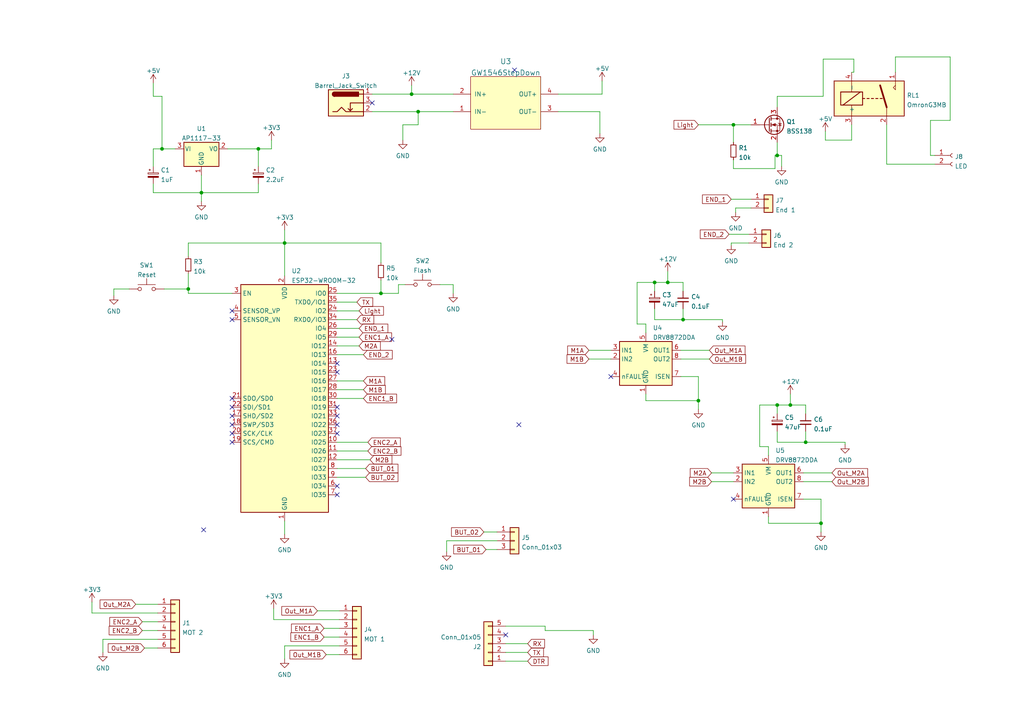
<source format=kicad_sch>
(kicad_sch (version 20211123) (generator eeschema)
  (paper "A4")
  (lib_symbols
    (symbol "Connector:Barrel_Jack_Switch" (pin_names hide)
      (property "Reference" "J" (at 0 5.334 0))
      (property "Value" "Barrel_Jack_Switch" (at 0 -5.08 0))
      (symbol "Barrel_Jack_Switch_0_1"
        (rectangle (start -5.08 3.81) (end 5.08 -3.81) (stroke (width 0.254)) (fill (type background)))
        (arc (start -3.302 3.175) (mid -3.937 2.54) (end -3.302 1.905) (stroke (width 0.254)))
        (arc (start -3.302 3.175) (mid -3.937 2.54) (end -3.302 1.905) (stroke (width 0.254)) (fill (type outline)))
        (polyline (pts (xy 1.27 -2.286) (xy 1.905 -1.651)) (stroke (width 0.254)))
        (polyline (pts (xy 5.08 2.54) (xy 3.81 2.54)) (stroke (width 0.254)))
        (polyline (pts (xy 5.08 0) (xy 1.27 0) (xy 1.27 -2.286) (xy 0.635 -1.651)) (stroke (width 0.254)))
        (polyline (pts (xy -3.81 -2.54) (xy -2.54 -2.54) (xy -1.27 -1.27) (xy 0 -2.54) (xy 2.54 -2.54) (xy 5.08 -2.54)) (stroke (width 0.254)))
        (rectangle (start 3.683 3.175) (end -3.302 1.905) (stroke (width 0.254)) (fill (type outline)))
      )
      (symbol "Barrel_Jack_Switch_1_1"
        (pin passive line (at 7.62 2.54 180) (length 2.54) (name "~") (number "1"))
        (pin passive line (at 7.62 -2.54 180) (length 2.54) (name "~") (number "2"))
        (pin passive line (at 7.62 0 180) (length 2.54) (name "~") (number "3"))
      )
    )
    (symbol "Connector:Conn_01x02_Female" (pin_names (offset 1.016) hide)
      (property "Reference" "J" (at 0 2.54 0))
      (property "Value" "Conn_01x02_Female" (at 0 -5.08 0))
      (symbol "Conn_01x02_Female_1_1"
        (arc (start 0 -2.032) (mid -0.508 -2.54) (end 0 -3.048) (stroke (width 0.1524)))
        (polyline (pts (xy -1.27 -2.54) (xy -0.508 -2.54)) (stroke (width 0.1524)))
        (polyline (pts (xy -1.27 0) (xy -0.508 0)) (stroke (width 0.1524)))
        (arc (start 0 0.508) (mid -0.508 0) (end 0 -0.508) (stroke (width 0.1524)))
        (pin passive line (at -5.08 0 0) (length 3.81) (name "Pin_1") (number "1"))
        (pin passive line (at -5.08 -2.54 0) (length 3.81) (name "Pin_2") (number "2"))
      )
    )
    (symbol "Connector_Generic:Conn_01x02" (pin_names (offset 1.016) hide)
      (property "Reference" "J" (at 0 2.54 0))
      (property "Value" "Conn_01x02" (at 0 -5.08 0))
      (symbol "Conn_01x02_1_1"
        (rectangle (start -1.27 -2.413) (end 0 -2.667) (stroke (width 0.1524)))
        (rectangle (start -1.27 0.127) (end 0 -0.127) (stroke (width 0.1524)))
        (rectangle (start -1.27 1.27) (end 1.27 -3.81) (stroke (width 0.254)) (fill (type background)))
        (pin passive line (at -5.08 0 0) (length 3.81) (name "Pin_1") (number "1"))
        (pin passive line (at -5.08 -2.54 0) (length 3.81) (name "Pin_2") (number "2"))
      )
    )
    (symbol "Connector_Generic:Conn_01x03" (pin_names (offset 1.016) hide)
      (property "Reference" "J" (at 0 5.08 0))
      (property "Value" "Conn_01x03" (at 0 -5.08 0))
      (symbol "Conn_01x03_1_1"
        (rectangle (start -1.27 -2.413) (end 0 -2.667) (stroke (width 0.1524)))
        (rectangle (start -1.27 0.127) (end 0 -0.127) (stroke (width 0.1524)))
        (rectangle (start -1.27 2.667) (end 0 2.413) (stroke (width 0.1524)))
        (rectangle (start -1.27 3.81) (end 1.27 -3.81) (stroke (width 0.254)) (fill (type background)))
        (pin passive line (at -5.08 2.54 0) (length 3.81) (name "Pin_1") (number "1"))
        (pin passive line (at -5.08 0 0) (length 3.81) (name "Pin_2") (number "2"))
        (pin passive line (at -5.08 -2.54 0) (length 3.81) (name "Pin_3") (number "3"))
      )
    )
    (symbol "Connector_Generic:Conn_01x05" (pin_names (offset 1.016) hide)
      (property "Reference" "J" (at 0 7.62 0))
      (property "Value" "Conn_01x05" (at 0 -7.62 0))
      (symbol "Conn_01x05_1_1"
        (rectangle (start -1.27 -4.953) (end 0 -5.207) (stroke (width 0.1524)))
        (rectangle (start -1.27 -2.413) (end 0 -2.667) (stroke (width 0.1524)))
        (rectangle (start -1.27 0.127) (end 0 -0.127) (stroke (width 0.1524)))
        (rectangle (start -1.27 2.667) (end 0 2.413) (stroke (width 0.1524)))
        (rectangle (start -1.27 5.207) (end 0 4.953) (stroke (width 0.1524)))
        (rectangle (start -1.27 6.35) (end 1.27 -6.35) (stroke (width 0.254)) (fill (type background)))
        (pin passive line (at -5.08 5.08 0) (length 3.81) (name "Pin_1") (number "1"))
        (pin passive line (at -5.08 2.54 0) (length 3.81) (name "Pin_2") (number "2"))
        (pin passive line (at -5.08 0 0) (length 3.81) (name "Pin_3") (number "3"))
        (pin passive line (at -5.08 -2.54 0) (length 3.81) (name "Pin_4") (number "4"))
        (pin passive line (at -5.08 -5.08 0) (length 3.81) (name "Pin_5") (number "5"))
      )
    )
    (symbol "Connector_Generic:Conn_01x06" (pin_names (offset 1.016) hide)
      (property "Reference" "J" (at 0 7.62 0))
      (property "Value" "Conn_01x06" (at 0 -10.16 0))
      (symbol "Conn_01x06_1_1"
        (rectangle (start -1.27 -7.493) (end 0 -7.747) (stroke (width 0.1524)))
        (rectangle (start -1.27 -4.953) (end 0 -5.207) (stroke (width 0.1524)))
        (rectangle (start -1.27 -2.413) (end 0 -2.667) (stroke (width 0.1524)))
        (rectangle (start -1.27 0.127) (end 0 -0.127) (stroke (width 0.1524)))
        (rectangle (start -1.27 2.667) (end 0 2.413) (stroke (width 0.1524)))
        (rectangle (start -1.27 5.207) (end 0 4.953) (stroke (width 0.1524)))
        (rectangle (start -1.27 6.35) (end 1.27 -8.89) (stroke (width 0.254)) (fill (type background)))
        (pin passive line (at -5.08 5.08 0) (length 3.81) (name "Pin_1") (number "1"))
        (pin passive line (at -5.08 2.54 0) (length 3.81) (name "Pin_2") (number "2"))
        (pin passive line (at -5.08 0 0) (length 3.81) (name "Pin_3") (number "3"))
        (pin passive line (at -5.08 -2.54 0) (length 3.81) (name "Pin_4") (number "4"))
        (pin passive line (at -5.08 -5.08 0) (length 3.81) (name "Pin_5") (number "5"))
        (pin passive line (at -5.08 -7.62 0) (length 3.81) (name "Pin_6") (number "6"))
      )
    )
    (symbol "Device:C_Polarized_Small" (pin_numbers hide) (pin_names (offset 0.254) hide)
      (property "Reference" "C" (at 0.254 1.778 0))
      (property "Value" "C_Polarized_Small" (at 0.254 -2.032 0))
      (symbol "C_Polarized_Small_0_1"
        (rectangle (start -1.524 -0.3048) (end 1.524 -0.6858) (fill (type outline)))
        (rectangle (start -1.524 0.6858) (end 1.524 0.3048))
        (polyline (pts (xy -1.27 1.524) (xy -0.762 1.524)))
        (polyline (pts (xy -1.016 1.27) (xy -1.016 1.778)))
      )
      (symbol "C_Polarized_Small_1_1"
        (pin passive line (at 0 2.54 270) (length 1.8542) (name "~") (number "1"))
        (pin passive line (at 0 -2.54 90) (length 1.8542) (name "~") (number "2"))
      )
    )
    (symbol "Device:C_Small" (pin_numbers hide) (pin_names (offset 0.254) hide)
      (property "Reference" "C" (at 0.254 1.778 0))
      (property "Value" "C_Small" (at 0.254 -2.032 0))
      (symbol "C_Small_0_1"
        (polyline (pts (xy -1.524 -0.508) (xy 1.524 -0.508)) (stroke (width 0.3302)))
        (polyline (pts (xy -1.524 0.508) (xy 1.524 0.508)) (stroke (width 0.3048)))
      )
      (symbol "C_Small_1_1"
        (pin passive line (at 0 2.54 270) (length 2.032) (name "~") (number "1"))
        (pin passive line (at 0 -2.54 90) (length 2.032) (name "~") (number "2"))
      )
    )
    (symbol "Device:R_Small" (pin_numbers hide) (pin_names (offset 0.254) hide)
      (property "Reference" "R" (at 0.762 0.508 0))
      (property "Value" "R_Small" (at 0.762 -1.016 0))
      (symbol "R_Small_0_1"
        (rectangle (start -0.762 1.778) (end 0.762 -1.778) (stroke (width 0.2032)))
      )
      (symbol "R_Small_1_1"
        (pin passive line (at 0 2.54 270) (length 0.762) (name "~") (number "1"))
        (pin passive line (at 0 -2.54 90) (length 0.762) (name "~") (number "2"))
      )
    )
    (symbol "Driver_Motor:DRV8872DDA"
      (property "Reference" "U" (at -6.35 6.35 0))
      (property "Value" "DRV8872DDA" (at 8.89 6.35 0))
      (symbol "DRV8872DDA_0_1"
        (rectangle (start -7.62 5.08) (end 7.62 -7.62) (stroke (width 0.254)) (fill (type background)))
      )
      (symbol "DRV8872DDA_1_1"
        (pin power_in line (at 0 -10.16 90) (length 2.54) (name "GND") (number "1"))
        (pin input line (at -10.16 0 0) (length 2.54) (name "IN2") (number "2"))
        (pin input line (at -10.16 2.54 0) (length 2.54) (name "IN1") (number "3"))
        (pin open_collector line (at -10.16 -5.08 0) (length 2.54) (name "nFAULT") (number "4"))
        (pin power_in line (at 0 7.62 270) (length 2.54) (name "VM") (number "5"))
        (pin output line (at 10.16 2.54 180) (length 2.54) (name "OUT1") (number "6"))
        (pin passive line (at 10.16 -5.08 180) (length 2.54) (name "ISEN") (number "7"))
        (pin output line (at 10.16 0 180) (length 2.54) (name "OUT2") (number "8"))
        (pin passive line (at 0 -10.16 90) (length 2.54) hide (name "GND") (number "9"))
      )
    )
    (symbol "RF_Module:ESP32-WROOM-32"
      (property "Reference" "U" (at -12.7 34.29 0))
      (property "Value" "ESP32-WROOM-32" (at 1.27 34.29 0))
      (symbol "ESP32-WROOM-32_0_1"
        (rectangle (start -12.7 33.02) (end 12.7 -33.02) (stroke (width 0.254)) (fill (type background)))
      )
      (symbol "ESP32-WROOM-32_1_1"
        (pin power_in line (at 0 -35.56 90) (length 2.54) (name "GND") (number "1"))
        (pin bidirectional line (at 15.24 -12.7 180) (length 2.54) (name "IO25") (number "10"))
        (pin bidirectional line (at 15.24 -15.24 180) (length 2.54) (name "IO26") (number "11"))
        (pin bidirectional line (at 15.24 -17.78 180) (length 2.54) (name "IO27") (number "12"))
        (pin bidirectional line (at 15.24 10.16 180) (length 2.54) (name "IO14") (number "13"))
        (pin bidirectional line (at 15.24 15.24 180) (length 2.54) (name "IO12") (number "14"))
        (pin passive line (at 0 -35.56 90) (length 2.54) hide (name "GND") (number "15"))
        (pin bidirectional line (at 15.24 12.7 180) (length 2.54) (name "IO13") (number "16"))
        (pin bidirectional line (at -15.24 -5.08 0) (length 2.54) (name "SHD/SD2") (number "17"))
        (pin bidirectional line (at -15.24 -7.62 0) (length 2.54) (name "SWP/SD3") (number "18"))
        (pin bidirectional line (at -15.24 -12.7 0) (length 2.54) (name "SCS/CMD") (number "19"))
        (pin power_in line (at 0 35.56 270) (length 2.54) (name "VDD") (number "2"))
        (pin bidirectional line (at -15.24 -10.16 0) (length 2.54) (name "SCK/CLK") (number "20"))
        (pin bidirectional line (at -15.24 0 0) (length 2.54) (name "SDO/SD0") (number "21"))
        (pin bidirectional line (at -15.24 -2.54 0) (length 2.54) (name "SDI/SD1") (number "22"))
        (pin bidirectional line (at 15.24 7.62 180) (length 2.54) (name "IO15") (number "23"))
        (pin bidirectional line (at 15.24 25.4 180) (length 2.54) (name "IO2") (number "24"))
        (pin bidirectional line (at 15.24 30.48 180) (length 2.54) (name "IO0") (number "25"))
        (pin bidirectional line (at 15.24 20.32 180) (length 2.54) (name "IO4") (number "26"))
        (pin bidirectional line (at 15.24 5.08 180) (length 2.54) (name "IO16") (number "27"))
        (pin bidirectional line (at 15.24 2.54 180) (length 2.54) (name "IO17") (number "28"))
        (pin bidirectional line (at 15.24 17.78 180) (length 2.54) (name "IO5") (number "29"))
        (pin input line (at -15.24 30.48 0) (length 2.54) (name "EN") (number "3"))
        (pin bidirectional line (at 15.24 0 180) (length 2.54) (name "IO18") (number "30"))
        (pin bidirectional line (at 15.24 -2.54 180) (length 2.54) (name "IO19") (number "31"))
        (pin no_connect line (at -12.7 -27.94 0) (length 2.54) hide (name "NC") (number "32"))
        (pin bidirectional line (at 15.24 -5.08 180) (length 2.54) (name "IO21") (number "33"))
        (pin bidirectional line (at 15.24 22.86 180) (length 2.54) (name "RXD0/IO3") (number "34"))
        (pin bidirectional line (at 15.24 27.94 180) (length 2.54) (name "TXD0/IO1") (number "35"))
        (pin bidirectional line (at 15.24 -7.62 180) (length 2.54) (name "IO22") (number "36"))
        (pin bidirectional line (at 15.24 -10.16 180) (length 2.54) (name "IO23") (number "37"))
        (pin passive line (at 0 -35.56 90) (length 2.54) hide (name "GND") (number "38"))
        (pin passive line (at 0 -35.56 90) (length 2.54) hide (name "GND") (number "39"))
        (pin input line (at -15.24 25.4 0) (length 2.54) (name "SENSOR_VP") (number "4"))
        (pin input line (at -15.24 22.86 0) (length 2.54) (name "SENSOR_VN") (number "5"))
        (pin input line (at 15.24 -25.4 180) (length 2.54) (name "IO34") (number "6"))
        (pin input line (at 15.24 -27.94 180) (length 2.54) (name "IO35") (number "7"))
        (pin bidirectional line (at 15.24 -20.32 180) (length 2.54) (name "IO32") (number "8"))
        (pin bidirectional line (at 15.24 -22.86 180) (length 2.54) (name "IO33") (number "9"))
      )
    )
    (symbol "Regulator_Linear:AP1117-33" (pin_names (offset 0.254))
      (property "Reference" "U" (at -3.81 3.175 0))
      (property "Value" "AP1117-33" (at 0 3.175 0))
      (symbol "AP1117-33_0_1"
        (rectangle (start -5.08 -5.08) (end 5.08 1.905) (stroke (width 0.254)) (fill (type background)))
      )
      (symbol "AP1117-33_1_1"
        (pin power_in line (at 0 -7.62 90) (length 2.54) (name "GND") (number "1"))
        (pin power_out line (at 7.62 0 180) (length 2.54) (name "VO") (number "2"))
        (pin power_in line (at -7.62 0 0) (length 2.54) (name "VI") (number "3"))
      )
    )
    (symbol "Switch:SW_Push" (pin_numbers hide) (pin_names (offset 1.016) hide)
      (property "Reference" "SW" (at 1.27 2.54 0))
      (property "Value" "SW_Push" (at 0 -1.524 0))
      (symbol "SW_Push_0_1"
        (circle (center -2.032 0) (radius 0.508))
        (polyline (pts (xy 0 1.27) (xy 0 3.048)))
        (polyline (pts (xy 2.54 1.27) (xy -2.54 1.27)))
        (circle (center 2.032 0) (radius 0.508))
        (pin passive line (at -5.08 0 0) (length 2.54) (name "1") (number "1"))
        (pin passive line (at 5.08 0 180) (length 2.54) (name "2") (number "2"))
      )
    )
    (symbol "Transistor_FET:BSS138" (pin_names hide)
      (property "Reference" "Q" (at 5.08 1.905 0))
      (property "Value" "BSS138" (at 5.08 0 0))
      (symbol "BSS138_0_1"
        (polyline (pts (xy 0.254 0) (xy -2.54 0)))
        (polyline (pts (xy 0.254 1.905) (xy 0.254 -1.905)) (stroke (width 0.254)))
        (polyline (pts (xy 0.762 -1.27) (xy 0.762 -2.286)) (stroke (width 0.254)))
        (polyline (pts (xy 0.762 0.508) (xy 0.762 -0.508)) (stroke (width 0.254)))
        (polyline (pts (xy 0.762 2.286) (xy 0.762 1.27)) (stroke (width 0.254)))
        (polyline (pts (xy 2.54 2.54) (xy 2.54 1.778)))
        (polyline (pts (xy 2.54 -2.54) (xy 2.54 0) (xy 0.762 0)))
        (polyline (pts (xy 0.762 -1.778) (xy 3.302 -1.778) (xy 3.302 1.778) (xy 0.762 1.778)))
        (polyline (pts (xy 1.016 0) (xy 2.032 0.381) (xy 2.032 -0.381) (xy 1.016 0)) (fill (type outline)))
        (polyline (pts (xy 2.794 0.508) (xy 2.921 0.381) (xy 3.683 0.381) (xy 3.81 0.254)))
        (polyline (pts (xy 3.302 0.381) (xy 2.921 -0.254) (xy 3.683 -0.254) (xy 3.302 0.381)))
        (circle (center 1.651 0) (radius 2.794) (stroke (width 0.254)))
        (circle (center 2.54 -1.778) (radius 0.254) (fill (type outline)))
        (circle (center 2.54 1.778) (radius 0.254) (fill (type outline)))
      )
      (symbol "BSS138_1_1"
        (pin input line (at -5.08 0 0) (length 2.54) (name "G") (number "1"))
        (pin passive line (at 2.54 -5.08 90) (length 2.54) (name "S") (number "2"))
        (pin passive line (at 2.54 5.08 270) (length 2.54) (name "D") (number "3"))
      )
    )
    (symbol "mini360:Mini360" (pin_names (offset 1.016))
      (property "Reference" "U" (at 0 -5.08 0))
      (property "Value" "Mini360" (at 0 5.08 0))
      (symbol "Mini360_0_1"
        (rectangle (start -10.16 7.62) (end 10.16 -7.62) (fill (type background)))
      )
      (symbol "Mini360_1_1"
        (pin power_in line (at -15.24 -2.54 0) (length 5.08) (name "IN-") (number "1"))
        (pin power_in line (at -15.24 2.54 0) (length 5.08) (name "IN+") (number "2"))
        (pin power_out line (at 15.24 -2.54 180) (length 5.08) (name "OUT-") (number "3"))
        (pin power_out line (at 15.24 2.54 180) (length 5.08) (name "OUT+") (number "4"))
      )
    )
    (symbol "power:+12V" (power) (pin_names (offset 0))
      (property "Value" "+12V" (at 0 3.556 0))
      (symbol "+12V_0_1"
        (polyline (pts (xy -0.762 1.27) (xy 0 2.54)))
        (polyline (pts (xy 0 0) (xy 0 2.54)))
        (polyline (pts (xy 0 2.54) (xy 0.762 1.27)))
      )
      (symbol "+12V_1_1"
        (pin power_in line (at 0 0 90) (length 0) hide (name "+12V") (number "1"))
      )
    )
    (symbol "power:+3.3V" (power) (pin_names (offset 0))
      (property "Value" "+3.3V" (at 0 3.556 0))
      (symbol "+3.3V_0_1"
        (polyline (pts (xy -0.762 1.27) (xy 0 2.54)))
        (polyline (pts (xy 0 0) (xy 0 2.54)))
        (polyline (pts (xy 0 2.54) (xy 0.762 1.27)))
      )
      (symbol "+3.3V_1_1"
        (pin power_in line (at 0 0 90) (length 0) hide (name "+3V3") (number "1"))
      )
    )
    (symbol "power:+3V3" (power) (pin_names (offset 0))
      (property "Value" "+3V3" (at 0 3.556 0))
      (symbol "+3V3_0_1"
        (polyline (pts (xy -0.762 1.27) (xy 0 2.54)))
        (polyline (pts (xy 0 0) (xy 0 2.54)))
        (polyline (pts (xy 0 2.54) (xy 0.762 1.27)))
      )
      (symbol "+3V3_1_1"
        (pin power_in line (at 0 0 90) (length 0) hide (name "+3V3") (number "1"))
      )
    )
    (symbol "power:+5V" (power) (pin_names (offset 0))
      (property "Value" "+5V" (at 0 3.556 0))
      (symbol "+5V_0_1"
        (polyline (pts (xy -0.762 1.27) (xy 0 2.54)))
        (polyline (pts (xy 0 0) (xy 0 2.54)))
        (polyline (pts (xy 0 2.54) (xy 0.762 1.27)))
      )
      (symbol "+5V_1_1"
        (pin power_in line (at 0 0 90) (length 0) hide (name "+5V") (number "1"))
      )
    )
    (symbol "power:GND" (power) (pin_names (offset 0))
      (property "Value" "GND" (at 0 -3.81 0))
      (symbol "GND_0_1"
        (polyline (pts (xy 0 0) (xy 0 -1.27) (xy 1.27 -1.27) (xy 0 -2.54) (xy -1.27 -1.27) (xy 0 -1.27)))
      )
      (symbol "GND_1_1"
        (pin power_in line (at 0 0 270) (length 0) hide (name "GND") (number "1"))
      )
    )
    (symbol "relays_VB:OmronG3MB" (pin_names (offset 1.016))
      (property "Reference" "RL" (at 11.43 3.81 0))
      (property "Value" "OmronG3MB" (at 11.43 1.27 0))
      (symbol "OmronG3MB_0_1"
        (rectangle (start -10.16 5.08) (end 10.16 -5.08) (stroke (width 0.254)) (fill (type background)))
        (rectangle (start -8.255 1.905) (end -1.905 -1.905) (stroke (width 0.254)))
        (polyline (pts (xy -7.62 -1.905) (xy -2.54 1.905)) (stroke (width 0.254)))
        (polyline (pts (xy -5.08 -5.08) (xy -5.08 -1.905)))
        (polyline (pts (xy -5.08 5.08) (xy -5.08 1.905)))
        (polyline (pts (xy -1.905 0) (xy -1.27 0)) (stroke (width 0.254)))
        (polyline (pts (xy -0.635 0) (xy 0 0)) (stroke (width 0.254)))
        (polyline (pts (xy 0.635 0) (xy 1.27 0)) (stroke (width 0.254)))
        (polyline (pts (xy 1.905 0) (xy 2.54 0)) (stroke (width 0.254)))
        (polyline (pts (xy 3.175 0) (xy 3.81 0)) (stroke (width 0.254)))
        (polyline (pts (xy 5.08 -2.54) (xy 3.175 3.81)) (stroke (width 0.508)))
        (polyline (pts (xy 5.08 -2.54) (xy 5.08 -5.08)))
        (polyline (pts (xy 7.62 2.54) (xy 7.62 5.08)))
        (polyline (pts (xy 7.62 2.54) (xy 6.985 3.175) (xy 7.62 3.81)))
      )
      (symbol "OmronG3MB_1_1"
        (pin passive line (at 7.62 7.62 270) (length 2.54) (name "~") (number "1"))
        (pin passive line (at 5.08 -7.62 90) (length 2.54) (name "~") (number "2"))
        (pin passive line (at -5.08 -7.62 90) (length 2.54) (name "+") (number "3"))
        (pin passive line (at -5.08 7.62 270) (length 2.54) (name "-") (number "4"))
      )
    )
  )
  (junction (at 229.235 117.475))
  (junction (at 202.565 116.205))
  (junction (at 58.42 55.88))
  (junction (at 46.99 43.18))
  (junction (at 225.425 45.085))
  (junction (at 238.125 151.765))
  (junction (at 233.68 128.27))
  (junction (at 54.61 83.82))
  (junction (at 119.38 27.305))
  (junction (at 225.425 117.475))
  (junction (at 198.12 92.71))
  (junction (at 193.675 81.915))
  (junction (at 212.725 36.195))
  (junction (at 74.93 43.18))
  (junction (at 110.49 85.09))
  (junction (at 189.865 81.915))
  (junction (at 121.285 32.385))
  (junction (at 82.55 70.485))
  (no_connect (at 67.31 125.73))
  (no_connect (at 67.31 128.27))
  (no_connect (at 67.31 123.19))
  (no_connect (at 67.31 120.65))
  (no_connect (at 67.31 118.11))
  (no_connect (at 67.31 115.57))
  (no_connect (at 107.95 29.845))
  (no_connect (at 150.495 123.19))
  (no_connect (at 177.165 109.22))
  (no_connect (at 212.725 144.78))
  (no_connect (at 146.685 184.15))
  (no_connect (at 149.225 20.32))
  (no_connect (at 67.31 90.17))
  (no_connect (at 67.31 92.71))
  (no_connect (at 97.79 143.51))
  (no_connect (at 97.79 140.97))
  (no_connect (at 97.79 118.11))
  (no_connect (at 97.79 125.73))
  (no_connect (at 97.79 123.19))
  (no_connect (at 97.79 120.65))
  (no_connect (at 59.055 153.67))
  (no_connect (at 97.79 107.95))
  (no_connect (at 113.665 98.425))
  (no_connect (at 97.79 105.41))
  (wire (pts (xy 45.72 185.42) (xy 29.845 185.42)))
  (wire (pts (xy 238.76 17.145) (xy 247.65 17.145)))
  (wire (pts (xy 247.65 20.955) (xy 247.015 20.955)))
  (wire (pts (xy 107.95 32.385) (xy 121.285 32.385)))
  (wire (pts (xy 206.375 137.16) (xy 212.725 137.16)))
  (wire (pts (xy 46.99 27.94) (xy 46.99 43.18)))
  (wire (pts (xy 107.95 27.305) (xy 119.38 27.305)))
  (wire (pts (xy 189.865 81.915) (xy 184.785 81.915)))
  (wire (pts (xy 197.485 104.14) (xy 205.74 104.14)))
  (wire (pts (xy 189.865 92.71) (xy 198.12 92.71)))
  (wire (pts (xy 82.55 187.325) (xy 82.55 191.135)))
  (wire (pts (xy 189.865 89.535) (xy 189.865 92.71)))
  (wire (pts (xy 146.685 191.77) (xy 153.035 191.77)))
  (wire (pts (xy 212.725 48.895) (xy 224.79 48.895)))
  (wire (pts (xy 41.275 182.88) (xy 45.72 182.88)))
  (wire (pts (xy 174.625 27.305) (xy 174.625 23.495)))
  (wire (pts (xy 33.02 85.725) (xy 33.02 83.82)))
  (wire (pts (xy 193.675 78.74) (xy 193.675 81.915)))
  (wire (pts (xy 127.635 82.55) (xy 131.445 82.55)))
  (wire (pts (xy 79.375 179.705) (xy 79.375 176.53)))
  (wire (pts (xy 173.99 32.385) (xy 173.99 38.735)))
  (wire (pts (xy 115.57 82.55) (xy 117.475 82.55)))
  (wire (pts (xy 98.425 187.325) (xy 82.55 187.325)))
  (wire (pts (xy 110.49 81.28) (xy 110.49 85.09)))
  (wire (pts (xy 233.045 137.16) (xy 241.3 137.16)))
  (wire (pts (xy 110.49 85.09) (xy 115.57 85.09)))
  (wire (pts (xy 74.93 55.88) (xy 58.42 55.88)))
  (wire (pts (xy 54.61 70.485) (xy 54.61 74.295)))
  (wire (pts (xy 131.445 82.55) (xy 131.445 85.09)))
  (wire (pts (xy 229.235 117.475) (xy 225.425 117.475)))
  (wire (pts (xy 271.145 45.085) (xy 269.875 45.085)))
  (wire (pts (xy 238.76 27.94) (xy 238.76 17.145)))
  (wire (pts (xy 161.925 27.305) (xy 174.625 27.305)))
  (wire (pts (xy 233.68 128.27) (xy 245.11 128.27)))
  (wire (pts (xy 193.675 81.915) (xy 198.12 81.915)))
  (wire (pts (xy 189.865 81.915) (xy 189.865 84.455)))
  (wire (pts (xy 247.015 36.195) (xy 247.015 40.64)))
  (wire (pts (xy 54.61 85.09) (xy 67.31 85.09)))
  (wire (pts (xy 45.72 177.8) (xy 26.67 177.8)))
  (wire (pts (xy 44.45 24.13) (xy 44.45 27.94)))
  (wire (pts (xy 74.93 53.34) (xy 74.93 55.88)))
  (wire (pts (xy 187.325 114.3) (xy 187.325 116.205)))
  (wire (pts (xy 146.685 181.61) (xy 158.115 181.61)))
  (wire (pts (xy 170.815 101.6) (xy 177.165 101.6)))
  (wire (pts (xy 222.885 151.765) (xy 238.125 151.765)))
  (wire (pts (xy 212.725 36.195) (xy 212.725 41.275)))
  (wire (pts (xy 44.45 48.26) (xy 44.45 43.18)))
  (wire (pts (xy 74.93 43.18) (xy 74.93 48.26)))
  (wire (pts (xy 247.65 17.145) (xy 247.65 20.955)))
  (wire (pts (xy 259.715 16.51) (xy 259.715 20.955)))
  (wire (pts (xy 82.55 70.485) (xy 110.49 70.485)))
  (wire (pts (xy 29.845 185.42) (xy 29.845 189.23)))
  (wire (pts (xy 54.61 79.375) (xy 54.61 83.82)))
  (wire (pts (xy 187.325 116.205) (xy 202.565 116.205)))
  (wire (pts (xy 119.38 27.305) (xy 131.445 27.305)))
  (wire (pts (xy 97.79 102.87) (xy 105.41 102.87)))
  (wire (pts (xy 202.565 109.22) (xy 202.565 116.205)))
  (wire (pts (xy 275.59 34.925) (xy 275.59 16.51)))
  (wire (pts (xy 93.98 184.785) (xy 98.425 184.785)))
  (wire (pts (xy 225.425 27.94) (xy 238.76 27.94)))
  (wire (pts (xy 202.565 116.205) (xy 202.565 118.745)))
  (wire (pts (xy 140.97 159.385) (xy 144.145 159.385)))
  (wire (pts (xy 26.67 177.8) (xy 26.67 174.625)))
  (wire (pts (xy 206.375 139.7) (xy 212.725 139.7)))
  (wire (pts (xy 119.38 24.765) (xy 119.38 27.305)))
  (wire (pts (xy 233.045 144.78) (xy 238.125 144.78)))
  (wire (pts (xy 97.79 87.63) (xy 103.505 87.63)))
  (wire (pts (xy 121.285 32.385) (xy 131.445 32.385)))
  (wire (pts (xy 82.55 70.485) (xy 82.55 80.01)))
  (wire (pts (xy 225.425 27.94) (xy 225.425 31.115)))
  (wire (pts (xy 233.045 139.7) (xy 241.3 139.7)))
  (wire (pts (xy 239.395 38.1) (xy 239.395 40.64)))
  (wire (pts (xy 74.93 43.18) (xy 78.74 43.18)))
  (wire (pts (xy 225.425 117.475) (xy 225.425 120.015)))
  (wire (pts (xy 226.695 45.085) (xy 226.695 48.26)))
  (wire (pts (xy 82.55 151.13) (xy 82.55 154.94)))
  (wire (pts (xy 97.79 130.81) (xy 106.68 130.81)))
  (wire (pts (xy 33.02 83.82) (xy 37.465 83.82)))
  (wire (pts (xy 44.45 55.88) (xy 58.42 55.88)))
  (wire (pts (xy 212.725 46.355) (xy 212.725 48.895)))
  (wire (pts (xy 198.12 81.915) (xy 198.12 84.455)))
  (wire (pts (xy 78.74 43.18) (xy 78.74 40.64)))
  (wire (pts (xy 269.875 34.925) (xy 275.59 34.925)))
  (wire (pts (xy 97.79 97.79) (xy 104.14 97.79)))
  (wire (pts (xy 41.91 187.96) (xy 45.72 187.96)))
  (wire (pts (xy 121.285 32.385) (xy 121.285 36.195)))
  (wire (pts (xy 44.45 27.94) (xy 46.99 27.94)))
  (wire (pts (xy 224.79 45.085) (xy 225.425 45.085)))
  (wire (pts (xy 198.12 92.71) (xy 209.55 92.71)))
  (wire (pts (xy 209.55 92.71) (xy 209.55 93.345)))
  (wire (pts (xy 93.98 182.245) (xy 98.425 182.245)))
  (wire (pts (xy 233.68 128.27) (xy 233.68 125.095)))
  (wire (pts (xy 257.175 36.195) (xy 257.175 47.625)))
  (wire (pts (xy 213.36 60.325) (xy 213.36 61.595)))
  (wire (pts (xy 158.115 182.88) (xy 172.085 182.88)))
  (wire (pts (xy 146.685 189.23) (xy 153.035 189.23)))
  (wire (pts (xy 187.325 93.98) (xy 187.325 96.52)))
  (wire (pts (xy 225.425 125.095) (xy 225.425 128.27)))
  (wire (pts (xy 222.885 129.54) (xy 222.885 132.08)))
  (wire (pts (xy 184.785 93.98) (xy 187.325 93.98)))
  (wire (pts (xy 66.04 43.18) (xy 74.93 43.18)))
  (wire (pts (xy 146.685 186.69) (xy 153.035 186.69)))
  (wire (pts (xy 97.79 113.03) (xy 105.41 113.03)))
  (wire (pts (xy 44.45 43.18) (xy 46.99 43.18)))
  (wire (pts (xy 229.235 114.3) (xy 229.235 117.475)))
  (wire (pts (xy 97.79 115.57) (xy 105.41 115.57)))
  (wire (pts (xy 197.485 101.6) (xy 205.74 101.6)))
  (wire (pts (xy 217.805 36.195) (xy 212.725 36.195)))
  (wire (pts (xy 238.125 151.765) (xy 238.125 154.305)))
  (wire (pts (xy 275.59 16.51) (xy 259.715 16.51)))
  (wire (pts (xy 172.085 182.88) (xy 172.085 184.15)))
  (wire (pts (xy 170.815 104.14) (xy 177.165 104.14)))
  (wire (pts (xy 238.125 144.78) (xy 238.125 151.765)))
  (wire (pts (xy 97.79 138.43) (xy 106.045 138.43)))
  (wire (pts (xy 58.42 55.88) (xy 58.42 58.42)))
  (wire (pts (xy 245.11 128.27) (xy 245.11 128.905)))
  (wire (pts (xy 97.79 92.71) (xy 103.505 92.71)))
  (wire (pts (xy 247.015 40.64) (xy 239.395 40.64)))
  (wire (pts (xy 161.925 32.385) (xy 173.99 32.385)))
  (wire (pts (xy 269.875 45.085) (xy 269.875 34.925)))
  (wire (pts (xy 233.68 117.475) (xy 233.68 120.015)))
  (wire (pts (xy 97.79 110.49) (xy 105.41 110.49)))
  (wire (pts (xy 46.99 43.18) (xy 50.8 43.18)))
  (wire (pts (xy 193.675 81.915) (xy 189.865 81.915)))
  (wire (pts (xy 97.79 135.89) (xy 106.045 135.89)))
  (wire (pts (xy 212.09 57.785) (xy 217.805 57.785)))
  (wire (pts (xy 121.285 36.195) (xy 116.84 36.195)))
  (wire (pts (xy 229.235 117.475) (xy 233.68 117.475)))
  (wire (pts (xy 97.79 95.25) (xy 104.14 95.25)))
  (wire (pts (xy 202.565 36.195) (xy 212.725 36.195)))
  (wire (pts (xy 158.115 181.61) (xy 158.115 182.88)))
  (wire (pts (xy 144.145 156.845) (xy 129.54 156.845)))
  (wire (pts (xy 54.61 70.485) (xy 82.55 70.485)))
  (wire (pts (xy 115.57 85.09) (xy 115.57 82.55)))
  (wire (pts (xy 212.09 70.485) (xy 212.09 71.12)))
  (wire (pts (xy 184.785 81.915) (xy 184.785 93.98)))
  (wire (pts (xy 97.79 85.09) (xy 110.49 85.09)))
  (wire (pts (xy 110.49 70.485) (xy 110.49 76.2)))
  (wire (pts (xy 97.79 128.27) (xy 106.68 128.27)))
  (wire (pts (xy 129.54 156.845) (xy 129.54 160.02)))
  (wire (pts (xy 54.61 83.82) (xy 54.61 85.09)))
  (wire (pts (xy 222.885 149.86) (xy 222.885 151.765)))
  (wire (pts (xy 97.79 100.33) (xy 104.14 100.33)))
  (wire (pts (xy 225.425 45.085) (xy 226.695 45.085)))
  (wire (pts (xy 220.345 129.54) (xy 222.885 129.54)))
  (wire (pts (xy 58.42 50.8) (xy 58.42 55.88)))
  (wire (pts (xy 94.615 189.865) (xy 98.425 189.865)))
  (wire (pts (xy 225.425 117.475) (xy 220.345 117.475)))
  (wire (pts (xy 92.075 177.165) (xy 98.425 177.165)))
  (wire (pts (xy 47.625 83.82) (xy 54.61 83.82)))
  (wire (pts (xy 97.79 90.17) (xy 104.14 90.17)))
  (wire (pts (xy 217.17 70.485) (xy 212.09 70.485)))
  (wire (pts (xy 97.79 133.35) (xy 107.315 133.35)))
  (wire (pts (xy 98.425 179.705) (xy 79.375 179.705)))
  (wire (pts (xy 220.345 117.475) (xy 220.345 129.54)))
  (wire (pts (xy 217.805 60.325) (xy 213.36 60.325)))
  (wire (pts (xy 225.425 128.27) (xy 233.68 128.27)))
  (wire (pts (xy 211.455 67.945) (xy 217.17 67.945)))
  (wire (pts (xy 39.37 175.26) (xy 45.72 175.26)))
  (wire (pts (xy 257.175 47.625) (xy 271.145 47.625)))
  (wire (pts (xy 41.275 180.34) (xy 45.72 180.34)))
  (wire (pts (xy 44.45 53.34) (xy 44.45 55.88)))
  (wire (pts (xy 116.84 36.195) (xy 116.84 40.64)))
  (wire (pts (xy 198.12 92.71) (xy 198.12 89.535)))
  (wire (pts (xy 140.335 154.305) (xy 144.145 154.305)))
  (wire (pts (xy 82.55 66.675) (xy 82.55 70.485)))
  (wire (pts (xy 224.79 48.895) (xy 224.79 45.085)))
  (wire (pts (xy 225.425 41.275) (xy 225.425 45.085)))
  (wire (pts (xy 197.485 109.22) (xy 202.565 109.22)))
  (global_label "RX" (shape input) (at 153.035 186.69 0) (property "Intersheet References" "${INTERSHEET_REFS}" (effects hide)))
  (global_label "M1B" (shape input) (at 170.815 104.14 180) (property "Intersheet References" "${INTERSHEET_REFS}" (effects hide)))
  (global_label "ENC2_B" (shape input) (at 106.68 130.81 0) (property "Intersheet References" "${INTERSHEET_REFS}" (effects hide)))
  (global_label "M2B" (shape input) (at 107.315 133.35 0) (property "Intersheet References" "${INTERSHEET_REFS}" (effects hide)))
  (global_label "M2A" (shape input) (at 206.375 137.16 180) (property "Intersheet References" "${INTERSHEET_REFS}" (effects hide)))
  (global_label "BUT_01" (shape input) (at 106.045 135.89 0) (property "Intersheet References" "${INTERSHEET_REFS}" (effects hide)))
  (global_label "BUT_02" (shape input) (at 106.045 138.43 0) (property "Intersheet References" "${INTERSHEET_REFS}" (effects hide)))
  (global_label "ENC1_A" (shape input) (at 93.98 182.245 180) (property "Intersheet References" "${INTERSHEET_REFS}" (effects hide)))
  (global_label "M1A" (shape input) (at 105.41 110.49 0) (property "Intersheet References" "${INTERSHEET_REFS}" (effects hide)))
  (global_label "ENC2_B" (shape input) (at 41.275 182.88 180) (property "Intersheet References" "${INTERSHEET_REFS}" (effects hide)))
  (global_label "Out_M1A" (shape input) (at 92.075 177.165 180) (property "Intersheet References" "${INTERSHEET_REFS}" (effects hide)))
  (global_label "ENC1_A" (shape input) (at 104.14 97.79 0) (property "Intersheet References" "${INTERSHEET_REFS}" (effects hide)))
  (global_label "Out_M2B" (shape input) (at 241.3 139.7 0) (property "Intersheet References" "${INTERSHEET_REFS}" (effects hide)))
  (global_label "M1B" (shape input) (at 105.41 113.03 0) (property "Intersheet References" "${INTERSHEET_REFS}" (effects hide)))
  (global_label "BUT_01" (shape input) (at 140.97 159.385 180) (property "Intersheet References" "${INTERSHEET_REFS}" (effects hide)))
  (global_label "Out_M2A" (shape input) (at 39.37 175.26 180) (property "Intersheet References" "${INTERSHEET_REFS}" (effects hide)))
  (global_label "Light" (shape input) (at 202.565 36.195 180) (property "Intersheet References" "${INTERSHEET_REFS}" (effects hide)))
  (global_label "ENC2_A" (shape input) (at 106.68 128.27 0) (property "Intersheet References" "${INTERSHEET_REFS}" (effects hide)))
  (global_label "BUT_02" (shape input) (at 140.335 154.305 180) (property "Intersheet References" "${INTERSHEET_REFS}" (effects hide)))
  (global_label "TX" (shape input) (at 103.505 87.63 0) (property "Intersheet References" "${INTERSHEET_REFS}" (effects hide)))
  (global_label "M2B" (shape input) (at 206.375 139.7 180) (property "Intersheet References" "${INTERSHEET_REFS}" (effects hide)))
  (global_label "Light" (shape input) (at 104.14 90.17 0) (property "Intersheet References" "${INTERSHEET_REFS}" (effects hide)))
  (global_label "END_2" (shape input) (at 211.455 67.945 180) (property "Intersheet References" "${INTERSHEET_REFS}" (effects hide)))
  (global_label "END_1" (shape input) (at 212.09 57.785 180) (property "Intersheet References" "${INTERSHEET_REFS}" (effects hide)))
  (global_label "M1A" (shape input) (at 170.815 101.6 180) (property "Intersheet References" "${INTERSHEET_REFS}" (effects hide)))
  (global_label "END_2" (shape input) (at 105.41 102.87 0) (property "Intersheet References" "${INTERSHEET_REFS}" (effects hide)))
  (global_label "ENC1_B" (shape input) (at 105.41 115.57 0) (property "Intersheet References" "${INTERSHEET_REFS}" (effects hide)))
  (global_label "DTR" (shape input) (at 153.035 191.77 0) (property "Intersheet References" "${INTERSHEET_REFS}" (effects hide)))
  (global_label "Out_M1B" (shape input) (at 205.74 104.14 0) (property "Intersheet References" "${INTERSHEET_REFS}" (effects hide)))
  (global_label "Out_M2B" (shape input) (at 41.91 187.96 180) (property "Intersheet References" "${INTERSHEET_REFS}" (effects hide)))
  (global_label "ENC1_B" (shape input) (at 93.98 184.785 180) (property "Intersheet References" "${INTERSHEET_REFS}" (effects hide)))
  (global_label "Out_M1A" (shape input) (at 205.74 101.6 0) (property "Intersheet References" "${INTERSHEET_REFS}" (effects hide)))
  (global_label "TX" (shape input) (at 153.035 189.23 0) (property "Intersheet References" "${INTERSHEET_REFS}" (effects hide)))
  (global_label "Out_M1B" (shape input) (at 94.615 189.865 180) (property "Intersheet References" "${INTERSHEET_REFS}" (effects hide)))
  (global_label "END_1" (shape input) (at 104.14 95.25 0) (property "Intersheet References" "${INTERSHEET_REFS}" (effects hide)))
  (global_label "ENC2_A" (shape input) (at 41.275 180.34 180) (property "Intersheet References" "${INTERSHEET_REFS}" (effects hide)))
  (global_label "Out_M2A" (shape input) (at 241.3 137.16 0) (property "Intersheet References" "${INTERSHEET_REFS}" (effects hide)))
  (global_label "RX" (shape input) (at 103.505 92.71 0) (property "Intersheet References" "${INTERSHEET_REFS}" (effects hide)))
  (global_label "M2A" (shape input) (at 104.14 100.33 0) (property "Intersheet References" "${INTERSHEET_REFS}" (effects hide)))
  (symbol (lib_id "power:+12V") (at 119.38 24.765 0) (unit 1)
    (property "Reference" "#PWR0108" (effects hide))
    (property "Value" "+12V" (at 119.38 21.1605 0))
  )
  (symbol (lib_id "Device:R_Small") (at 54.61 76.835 0) (unit 1)
    (property "Reference" "R3" (at 56.1086 75.9265 0) (effects (justify left)))
    (property "Value" "10k" (at 56.1086 78.7016 0) (effects (justify left)))
    (property "Footprint" "Resistor_SMD:R_1206_3216Metric_Pad1.30x1.75mm_HandSolder" (effects hide))
  )
  (symbol (lib_id "power:+3V3") (at 26.67 174.625 0) (unit 1)
    (property "Reference" "#PWR0103" (effects hide))
    (property "Value" "+3V3" (at 26.67 171.0205 0))
  )
  (symbol (lib_id "power:+3.3V") (at 78.74 40.64 0) (unit 1)
    (property "Reference" "#PWR06" (effects hide))
    (property "Value" "+3.3V" (at 78.74 37.0355 0))
  )
  (symbol (lib_id "Device:R_Small") (at 212.725 43.815 0) (unit 1)
    (property "Reference" "R1" (at 214.2236 42.9065 0) (effects (justify left)))
    (property "Value" "10k" (at 214.2236 45.6816 0) (effects (justify left)))
    (property "Footprint" "Resistor_SMD:R_1206_3216Metric_Pad1.30x1.75mm_HandSolder" (effects hide))
  )
  (symbol (lib_id "mini360:Mini360") (at 146.685 29.845 0) (unit 1)
    (property "Reference" "U3" (at 146.685 17.8211 0) (effects (font (size 1.524 1.524))))
    (property "Value" "GW1546StepDown" (at 146.685 21.1001 0) (effects (font (size 1.524 1.524))))
    (property "Footprint" "Mini360_step-down:Mini360_step-down" (effects hide))
  )
  (symbol (lib_id "RF_Module:ESP32-WROOM-32") (at 82.55 115.57 0) (unit 1)
    (property "Reference" "U2" (at 84.5694 78.5835 0) (effects (justify left)))
    (property "Value" "ESP32-WROOM-32" (at 84.5694 81.3586 0) (effects (justify left)))
    (property "Footprint" "RF_Module:ESP32-WROOM-32" (effects hide))
    (property "Datasheet" "https://www.espressif.com/sites/default/files/documentation/esp32-wroom-32_datasheet_en.pdf" (effects hide))
  )
  (symbol (lib_id "Connector_Generic:Conn_01x02") (at 222.25 67.945 0) (unit 1)
    (property "Reference" "J6" (at 224.282 68.3065 0) (effects (justify left)))
    (property "Value" "End 2" (at 224.282 71.0816 0) (effects (justify left)))
    (property "Footprint" "Connector_JST:JST_PH_S2B-PH-SM4-TB_1x02-1MP_P2.00mm_Horizontal" (effects hide))
  )
  (symbol (lib_id "power:+5V") (at 174.625 23.495 0) (unit 1)
    (property "Reference" "#PWR0110" (effects hide))
    (property "Value" "+5V" (at 174.625 19.8905 0))
  )
  (symbol (lib_id "Device:C_Polarized_Small") (at 189.865 86.995 0) (unit 1)
    (property "Reference" "C3" (at 192.024 85.5404 0) (effects (justify left)))
    (property "Value" "47uF" (at 192.024 88.3155 0) (effects (justify left)))
    (property "Footprint" "Capacitor_SMD:CP_Elec_5x5.3" (effects hide))
  )
  (symbol (lib_id "power:GND") (at 212.09 71.12 0) (unit 1)
    (property "Reference" "#PWR01" (effects hide))
    (property "Value" "GND" (at 212.09 75.6825 0))
  )
  (symbol (lib_id "relays_VB:OmronG3MB") (at 252.095 28.575 0) (unit 1)
    (property "Reference" "RL1" (at 263.017 27.6665 0) (effects (justify left)))
    (property "Value" "OmronG3MB" (at 263.017 30.4416 0) (effects (justify left)))
    (property "Footprint" "G3MB202PDC12:RELAY_G3MB202PDC12" (effects hide))
    (property "Datasheet" "http://gfinder.findernet.com/assets/Series/355/S32EN.pdf" (effects hide))
  )
  (symbol (lib_id "power:GND") (at 29.845 189.23 0) (unit 1)
    (property "Reference" "#PWR0104" (effects hide))
    (property "Value" "GND" (at 29.845 193.7925 0))
  )
  (symbol (lib_id "Device:C_Small") (at 198.12 86.995 0) (unit 1)
    (property "Reference" "C4" (at 200.4441 86.0928 0) (effects (justify left)))
    (property "Value" "0.1uF" (at 200.4441 88.8679 0) (effects (justify left)))
    (property "Footprint" "Capacitor_SMD:C_1206_3216Metric_Pad1.33x1.80mm_HandSolder" (effects hide))
  )
  (symbol (lib_id "power:+5V") (at 44.45 24.13 0) (unit 1)
    (property "Reference" "#PWR02" (effects hide))
    (property "Value" "+5V" (at 44.45 20.5255 0))
  )
  (symbol (lib_id "power:+12V") (at 229.235 114.3 0) (unit 1)
    (property "Reference" "#PWR0117" (effects hide))
    (property "Value" "+12V" (at 229.235 110.6955 0))
  )
  (symbol (lib_id "power:GND") (at 172.085 184.15 0) (unit 1)
    (property "Reference" "#PWR08" (effects hide))
    (property "Value" "GND" (at 172.085 188.7125 0))
  )
  (symbol (lib_id "Device:C_Polarized_Small") (at 225.425 122.555 0) (unit 1)
    (property "Reference" "C5" (at 227.584 121.1004 0) (effects (justify left)))
    (property "Value" "47uF" (at 227.584 123.8755 0) (effects (justify left)))
    (property "Footprint" "Capacitor_SMD:CP_Elec_5x5.3" (effects hide))
  )
  (symbol (lib_id "Driver_Motor:DRV8872DDA") (at 222.885 139.7 0) (unit 1)
    (property "Reference" "U5" (at 224.9044 130.6535 0) (effects (justify left)))
    (property "Value" "DRV8872DDA" (at 224.9044 133.4286 0) (effects (justify left)))
    (property "Footprint" "Package_SO:Texas_HTSOP-8-1EP_3.9x4.9mm_P1.27mm_EP2.95x4.9mm_Mask2.4x3.1mm_ThermalVias" (effects hide))
    (property "Datasheet" "http://www.ti.com/lit/ds/symlink/drv8872.pdf" (effects hide))
  )
  (symbol (lib_id "Connector_Generic:Conn_01x06") (at 103.505 182.245 0) (unit 1)
    (property "Reference" "J4" (at 105.537 182.6065 0) (effects (justify left)))
    (property "Value" "MOT 1" (at 105.537 185.3816 0) (effects (justify left)))
    (property "Footprint" "Connector_JST:JST_PH_S6B-PH-K_1x06_P2.00mm_Horizontal" (effects hide))
  )
  (symbol (lib_id "Regulator_Linear:AP1117-33") (at 58.42 43.18 0) (unit 1)
    (property "Reference" "U1" (at 58.42 37.3085 0))
    (property "Value" "AP1117-33" (at 58.42 40.0836 0))
    (property "Footprint" "Package_TO_SOT_SMD:SOT-223-3_TabPin2" (effects hide))
    (property "Datasheet" "http://www.diodes.com/datasheets/AP1117.pdf" (effects hide))
  )
  (symbol (lib_id "power:+3V3") (at 82.55 66.675 0) (unit 1)
    (property "Reference" "#PWR0107" (effects hide))
    (property "Value" "+3V3" (at 82.55 63.0705 0))
  )
  (symbol (lib_id "power:GND") (at 131.445 85.09 0) (unit 1)
    (property "Reference" "#PWR0112" (effects hide))
    (property "Value" "GND" (at 131.445 89.6525 0))
  )
  (symbol (lib_id "power:GND") (at 33.02 85.725 0) (unit 1)
    (property "Reference" "#PWR0106" (effects hide))
    (property "Value" "GND" (at 33.02 90.2875 0))
  )
  (symbol (lib_id "Connector_Generic:Conn_01x05") (at 141.605 186.69 180) (unit 1)
    (property "Reference" "J2" (at 139.573 187.5985 0) (effects (justify left)))
    (property "Value" "Conn_01x05" (at 139.573 184.8234 0) (effects (justify left)))
    (property "Footprint" "Connector_JST:JST_PH_S5B-PH-SM4-TB_1x05-1MP_P2.00mm_Horizontal" (effects hide))
  )
  (symbol (lib_id "Connector_Generic:Conn_01x06") (at 50.8 180.34 0) (unit 1)
    (property "Reference" "J1" (at 52.832 180.7015 0) (effects (justify left)))
    (property "Value" "MOT 2" (at 52.832 183.4766 0) (effects (justify left)))
    (property "Footprint" "Connector_JST:JST_PH_S6B-PH-K_1x06_P2.00mm_Horizontal" (effects hide))
  )
  (symbol (lib_id "Device:C_Polarized_Small") (at 74.93 50.8 0) (unit 1)
    (property "Reference" "C2" (at 77.089 49.3454 0) (effects (justify left)))
    (property "Value" "2.2uF" (at 77.089 52.1205 0) (effects (justify left)))
    (property "Footprint" "Capacitor_SMD:CP_Elec_6.3x4.9" (effects hide))
  )
  (symbol (lib_id "power:GND") (at 82.55 191.135 0) (unit 1)
    (property "Reference" "#PWR0102" (effects hide))
    (property "Value" "GND" (at 82.55 195.6975 0))
  )
  (symbol (lib_id "Switch:SW_Push") (at 42.545 83.82 0) (unit 1)
    (property "Reference" "SW1" (at 42.545 76.9325 0))
    (property "Value" "Reset" (at 42.545 79.7076 0))
    (property "Footprint" "Button_Switch_SMD:SW_Push_1P1T_NO_6x6mm_H9.5mm" (effects hide))
  )
  (symbol (lib_id "Connector_Generic:Conn_01x03") (at 149.225 156.845 0) (unit 1)
    (property "Reference" "J5" (at 151.257 155.9365 0) (effects (justify left)))
    (property "Value" "Conn_01x03" (at 151.257 158.7116 0) (effects (justify left)))
    (property "Footprint" "Connector_JST:JST_PH_S3B-PH-SM4-TB_1x03-1MP_P2.00mm_Horizontal" (effects hide))
  )
  (symbol (lib_id "Switch:SW_Push") (at 122.555 82.55 0) (unit 1)
    (property "Reference" "SW2" (at 122.555 75.6625 0))
    (property "Value" "Flash" (at 122.555 78.4376 0))
    (property "Footprint" "Button_Switch_SMD:SW_Push_1P1T_NO_6x6mm_H9.5mm" (effects hide))
  )
  (symbol (lib_id "Device:C_Polarized_Small") (at 44.45 50.8 0) (unit 1)
    (property "Reference" "C1" (at 46.609 49.3454 0) (effects (justify left)))
    (property "Value" "1uF" (at 46.609 52.1205 0) (effects (justify left)))
    (property "Footprint" "Capacitor_SMD:CP_Elec_5x4.4" (effects hide))
  )
  (symbol (lib_id "power:GND") (at 82.55 154.94 0) (unit 1)
    (property "Reference" "#PWR0119" (effects hide))
    (property "Value" "GND" (at 82.55 159.5025 0))
  )
  (symbol (lib_id "power:GND") (at 116.84 40.64 0) (unit 1)
    (property "Reference" "#PWR0109" (effects hide))
    (property "Value" "GND" (at 116.84 45.2025 0))
  )
  (symbol (lib_id "power:GND") (at 238.125 154.305 0) (unit 1)
    (property "Reference" "#PWR0116" (effects hide))
    (property "Value" "GND" (at 238.125 158.8675 0))
  )
  (symbol (lib_id "Device:C_Small") (at 233.68 122.555 0) (unit 1)
    (property "Reference" "C6" (at 236.0041 121.6528 0) (effects (justify left)))
    (property "Value" "0.1uF" (at 236.0041 124.4279 0) (effects (justify left)))
    (property "Footprint" "Capacitor_SMD:C_1206_3216Metric_Pad1.33x1.80mm_HandSolder" (effects hide))
  )
  (symbol (lib_id "Device:R_Small") (at 110.49 78.74 0) (unit 1)
    (property "Reference" "R5" (at 111.9886 77.8315 0) (effects (justify left)))
    (property "Value" "10k" (at 111.9886 80.6066 0) (effects (justify left)))
    (property "Footprint" "Resistor_SMD:R_1206_3216Metric_Pad1.30x1.75mm_HandSolder" (effects hide))
  )
  (symbol (lib_id "Driver_Motor:DRV8872DDA") (at 187.325 104.14 0) (unit 1)
    (property "Reference" "U4" (at 189.3444 95.0935 0) (effects (justify left)))
    (property "Value" "DRV8872DDA" (at 189.3444 97.8686 0) (effects (justify left)))
    (property "Footprint" "Package_SO:Texas_HTSOP-8-1EP_3.9x4.9mm_P1.27mm_EP2.95x4.9mm_Mask2.4x3.1mm_ThermalVias" (effects hide))
    (property "Datasheet" "http://www.ti.com/lit/ds/symlink/drv8872.pdf" (effects hide))
  )
  (symbol (lib_id "power:GND") (at 202.565 118.745 0) (unit 1)
    (property "Reference" "#PWR0113" (effects hide))
    (property "Value" "GND" (at 202.565 123.3075 0))
  )
  (symbol (lib_id "Connector_Generic:Conn_01x02") (at 222.885 57.785 0) (unit 1)
    (property "Reference" "J7" (at 224.917 58.1465 0) (effects (justify left)))
    (property "Value" "End 1" (at 224.917 60.9216 0) (effects (justify left)))
    (property "Footprint" "Connector_JST:JST_PH_S2B-PH-SM4-TB_1x02-1MP_P2.00mm_Horizontal" (effects hide))
  )
  (symbol (lib_id "Transistor_FET:BSS138") (at 222.885 36.195 0) (unit 1)
    (property "Reference" "Q1" (at 228.092 35.2865 0) (effects (justify left)))
    (property "Value" "BSS138" (at 228.092 38.0616 0) (effects (justify left)))
    (property "Footprint" "Package_TO_SOT_SMD:SOT-23" (effects hide))
    (property "Datasheet" "https://www.onsemi.com/pub/Collateral/BSS138-D.PDF" (effects hide))
  )
  (symbol (lib_id "power:+12V") (at 193.675 78.74 0) (unit 1)
    (property "Reference" "#PWR0114" (effects hide))
    (property "Value" "+12V" (at 193.675 75.1355 0))
  )
  (symbol (lib_id "power:+3V3") (at 79.375 176.53 0) (unit 1)
    (property "Reference" "#PWR0101" (effects hide))
    (property "Value" "+3V3" (at 79.375 172.9255 0))
  )
  (symbol (lib_id "power:GND") (at 129.54 160.02 0) (unit 1)
    (property "Reference" "#PWR0105" (effects hide))
    (property "Value" "GND" (at 129.54 164.5825 0))
  )
  (symbol (lib_id "Connector:Barrel_Jack_Switch") (at 100.33 29.845 0) (unit 1)
    (property "Reference" "J3" (at 100.33 22.0685 0))
    (property "Value" "Barrel_Jack_Switch" (at 100.33 24.8436 0))
    (property "Footprint" "Connector_BarrelJack:BarrelJack_Horizontal" (effects hide))
  )
  (symbol (lib_id "power:GND") (at 58.42 58.42 0) (unit 1)
    (property "Reference" "#PWR04" (effects hide))
    (property "Value" "GND" (at 58.42 62.9825 0))
  )
  (symbol (lib_id "power:GND") (at 226.695 48.26 0) (unit 1)
    (property "Reference" "#PWR07" (effects hide))
    (property "Value" "GND" (at 226.695 52.8225 0))
  )
  (symbol (lib_id "power:GND") (at 173.99 38.735 0) (unit 1)
    (property "Reference" "#PWR0111" (effects hide))
    (property "Value" "GND" (at 173.99 43.2975 0))
  )
  (symbol (lib_id "power:GND") (at 213.36 61.595 0) (unit 1)
    (property "Reference" "#PWR03" (effects hide))
    (property "Value" "GND" (at 213.36 66.1575 0))
  )
  (symbol (lib_id "power:+5V") (at 239.395 38.1 0) (unit 1)
    (property "Reference" "#PWR05" (effects hide))
    (property "Value" "+5V" (at 239.395 34.4955 0))
  )
  (symbol (lib_id "power:GND") (at 245.11 128.905 0) (unit 1)
    (property "Reference" "#PWR0118" (effects hide))
    (property "Value" "GND" (at 245.11 133.4675 0))
  )
  (symbol (lib_id "Connector:Conn_01x02_Female") (at 276.225 45.085 0) (unit 1)
    (property "Reference" "J8" (at 276.9362 45.4465 0) (effects (justify left)))
    (property "Value" "LED" (at 276.9362 48.2216 0) (effects (justify left)))
    (property "Footprint" "w_conn_mkds:mkds_1,5-2" (effects hide))
  )
  (symbol (lib_id "power:GND") (at 209.55 93.345 0) (unit 1)
    (property "Reference" "#PWR0115" (effects hide))
    (property "Value" "GND" (at 209.55 97.9075 0))
  )
)
</source>
